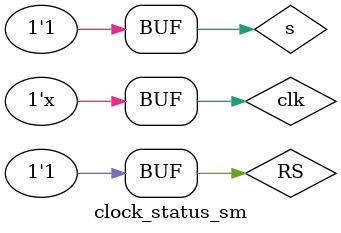
<source format=v>
`timescale 1ns / 1ps


module clock_status_sm();
    reg s,clk;
    reg RS;
    wire [4:0]led;
    wire f;                       
    wire [3:0]t1;
    
    initial
    begin
        s=0;
        clk=0;
        RS=0;
        #20 RS=1;
        s=1;
    end
    always
        #20 clk=~clk;        
clock_status u1(s,clk,RS,led,f,t1);
endmodule

</source>
